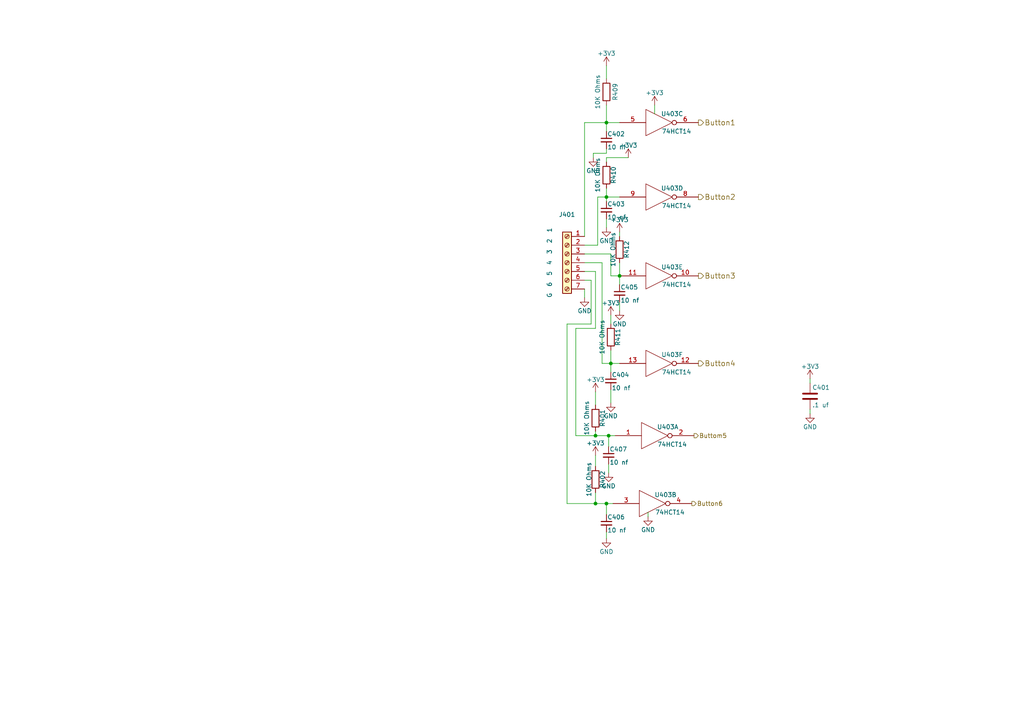
<source format=kicad_sch>
(kicad_sch (version 20211123) (generator eeschema)
  (paper "A4")
  (lib_symbols
    (symbol "Connector:Screw_Terminal_01x07" (pin_names (offset 1.016) hide)
      (property "Reference" "J" (at 0 10.16 0))
      (property "Value" "Screw_Terminal_01x07" (at 0 -10.16 0))
      (symbol "Screw_Terminal_01x07_1_1"
        (rectangle (start -1.27 8.89) (end 1.27 -8.89) (stroke (width 0.254)) (fill (type background)))
        (circle (center 0 -7.62) (radius 0.635) (stroke (width 0.1524)))
        (circle (center 0 -5.08) (radius 0.635) (stroke (width 0.1524)))
        (circle (center 0 -2.54) (radius 0.635) (stroke (width 0.1524)))
        (polyline (pts (xy -0.5334 -7.2898) (xy 0.3302 -8.128)) (stroke (width 0.1524)))
        (polyline (pts (xy -0.5334 -4.7498) (xy 0.3302 -5.588)) (stroke (width 0.1524)))
        (polyline (pts (xy -0.5334 -2.2098) (xy 0.3302 -3.048)) (stroke (width 0.1524)))
        (polyline (pts (xy -0.5334 0.3302) (xy 0.3302 -0.508)) (stroke (width 0.1524)))
        (polyline (pts (xy -0.5334 2.8702) (xy 0.3302 2.032)) (stroke (width 0.1524)))
        (polyline (pts (xy -0.5334 5.4102) (xy 0.3302 4.572)) (stroke (width 0.1524)))
        (polyline (pts (xy -0.5334 7.9502) (xy 0.3302 7.112)) (stroke (width 0.1524)))
        (polyline (pts (xy -0.3556 -7.112) (xy 0.508 -7.9502)) (stroke (width 0.1524)))
        (polyline (pts (xy -0.3556 -4.572) (xy 0.508 -5.4102)) (stroke (width 0.1524)))
        (polyline (pts (xy -0.3556 -2.032) (xy 0.508 -2.8702)) (stroke (width 0.1524)))
        (polyline (pts (xy -0.3556 0.508) (xy 0.508 -0.3302)) (stroke (width 0.1524)))
        (polyline (pts (xy -0.3556 3.048) (xy 0.508 2.2098)) (stroke (width 0.1524)))
        (polyline (pts (xy -0.3556 5.588) (xy 0.508 4.7498)) (stroke (width 0.1524)))
        (polyline (pts (xy -0.3556 8.128) (xy 0.508 7.2898)) (stroke (width 0.1524)))
        (circle (center 0 0) (radius 0.635) (stroke (width 0.1524)))
        (circle (center 0 2.54) (radius 0.635) (stroke (width 0.1524)))
        (circle (center 0 5.08) (radius 0.635) (stroke (width 0.1524)))
        (circle (center 0 7.62) (radius 0.635) (stroke (width 0.1524)))
        (pin passive line (at -5.08 7.62 0) (length 3.81) (name "Pin_1") (number "1"))
        (pin passive line (at -5.08 5.08 0) (length 3.81) (name "Pin_2") (number "2"))
        (pin passive line (at -5.08 2.54 0) (length 3.81) (name "Pin_3") (number "3"))
        (pin passive line (at -5.08 0 0) (length 3.81) (name "Pin_4") (number "4"))
        (pin passive line (at -5.08 -2.54 0) (length 3.81) (name "Pin_5") (number "5"))
        (pin passive line (at -5.08 -5.08 0) (length 3.81) (name "Pin_6") (number "6"))
        (pin passive line (at -5.08 -7.62 0) (length 3.81) (name "Pin_7") (number "7"))
      )
    )
    (symbol "ESP32-T7S3-MultiFunctionUniversalTurnout-rescue:+3V3" (power) (pin_names (offset 0))
      (property "Value" "+3V3" (at 0 3.556 0))
      (symbol "+3V3_0_1"
        (polyline (pts (xy -0.762 1.27) (xy 0 2.54)))
        (polyline (pts (xy 0 0) (xy 0 2.54)))
        (polyline (pts (xy 0 2.54) (xy 0.762 1.27)))
      )
      (symbol "+3V3_1_1"
        (pin power_in line (at 0 0 90) (length 0) hide (name "+3V3") (number "1"))
      )
    )
    (symbol "ESP32-T7S3-MultiFunctionUniversalTurnout-rescue:74HC14" (pin_names (offset 0.762))
      (property "Reference" "U" (at 3.81 2.54 0))
      (property "Value" "74HC14" (at 5.08 -2.54 0))
      (symbol "74HC14_0_0"
        (polyline (pts (xy -3.81 3.81) (xy -3.81 -3.81) (xy 3.81 0) (xy -3.81 3.81)))
        (pin power_in line (at -1.27 2.54 270) (length 0) hide (name "VCC") (number "14"))
        (pin power_in line (at -1.27 -2.54 90) (length 0) hide (name "GND") (number "7"))
      )
      (symbol "74HC14_1_1"
        (pin input line (at -11.43 0 0) (length 7.62) (name "~") (number "1"))
        (pin output inverted (at 11.43 0 180) (length 7.62) (name "~") (number "2"))
      )
      (symbol "74HC14_1_2"
        (pin input inverted (at -11.43 0 0) (length 7.62) (name "~") (number "1"))
        (pin output line (at 11.43 0 180) (length 7.62) (name "~") (number "2"))
      )
      (symbol "74HC14_2_1"
        (pin input line (at -11.43 0 0) (length 7.62) (name "~") (number "3"))
        (pin output inverted (at 11.43 0 180) (length 7.62) (name "~") (number "4"))
      )
      (symbol "74HC14_2_2"
        (pin input inverted (at -11.43 0 0) (length 7.62) (name "~") (number "3"))
        (pin output line (at 11.43 0 180) (length 7.62) (name "~") (number "4"))
      )
      (symbol "74HC14_3_1"
        (pin input line (at -11.43 0 0) (length 7.62) (name "~") (number "5"))
        (pin output inverted (at 11.43 0 180) (length 7.62) (name "~") (number "6"))
      )
      (symbol "74HC14_3_2"
        (pin input inverted (at -11.43 0 0) (length 7.62) (name "~") (number "5"))
        (pin output line (at 11.43 0 180) (length 7.62) (name "~") (number "6"))
      )
      (symbol "74HC14_4_1"
        (pin output inverted (at 11.43 0 180) (length 7.62) (name "~") (number "8"))
        (pin input line (at -11.43 0 0) (length 7.62) (name "~") (number "9"))
      )
      (symbol "74HC14_4_2"
        (pin output line (at 11.43 0 180) (length 7.62) (name "~") (number "8"))
        (pin input inverted (at -11.43 0 0) (length 7.62) (name "~") (number "9"))
      )
      (symbol "74HC14_5_1"
        (pin output inverted (at 11.43 0 180) (length 7.62) (name "~") (number "10"))
        (pin input line (at -11.43 0 0) (length 7.62) (name "~") (number "11"))
      )
      (symbol "74HC14_5_2"
        (pin output line (at 11.43 0 180) (length 7.62) (name "~") (number "10"))
        (pin input inverted (at -11.43 0 0) (length 7.62) (name "~") (number "11"))
      )
      (symbol "74HC14_6_1"
        (pin output inverted (at 11.43 0 180) (length 7.62) (name "~") (number "12"))
        (pin input line (at -11.43 0 0) (length 7.62) (name "~") (number "13"))
      )
      (symbol "74HC14_6_2"
        (pin output line (at 11.43 0 180) (length 7.62) (name "~") (number "12"))
        (pin input inverted (at -11.43 0 0) (length 7.62) (name "~") (number "13"))
      )
    )
    (symbol "ESP32-T7S3-MultiFunctionUniversalTurnout-rescue:C" (pin_numbers hide) (pin_names (offset 0.254))
      (property "Reference" "C" (at 0.635 2.54 0))
      (property "Value" "C" (at 0.635 -2.54 0))
      (symbol "C_0_1"
        (polyline (pts (xy -2.032 -0.762) (xy 2.032 -0.762)) (stroke (width 0.508)))
        (polyline (pts (xy -2.032 0.762) (xy 2.032 0.762)) (stroke (width 0.508)))
      )
      (symbol "C_1_1"
        (pin passive line (at 0 3.81 270) (length 2.794) (name "~") (number "1"))
        (pin passive line (at 0 -3.81 90) (length 2.794) (name "~") (number "2"))
      )
    )
    (symbol "ESP32-T7S3-MultiFunctionUniversalTurnout-rescue:C_Small" (pin_numbers hide) (pin_names (offset 0.254) hide)
      (property "Reference" "C" (at 0.254 1.778 0))
      (property "Value" "C_Small" (at 0.254 -2.032 0))
      (symbol "C_Small_0_1"
        (polyline (pts (xy -1.524 -0.508) (xy 1.524 -0.508)) (stroke (width 0.3302)))
        (polyline (pts (xy -1.524 0.508) (xy 1.524 0.508)) (stroke (width 0.3048)))
      )
      (symbol "C_Small_1_1"
        (pin passive line (at 0 2.54 270) (length 2.032) (name "~") (number "1"))
        (pin passive line (at 0 -2.54 90) (length 2.032) (name "~") (number "2"))
      )
    )
    (symbol "ESP32-T7S3-MultiFunctionUniversalTurnout-rescue:GND" (power) (pin_names (offset 0))
      (property "Value" "GND" (at 0 -3.81 0))
      (symbol "GND_0_1"
        (polyline (pts (xy 0 0) (xy 0 -1.27) (xy 1.27 -1.27) (xy 0 -2.54) (xy -1.27 -1.27) (xy 0 -1.27)))
      )
      (symbol "GND_1_1"
        (pin power_in line (at 0 0 270) (length 0) hide (name "GND") (number "1"))
      )
    )
    (symbol "ESP32-T7S3-MultiFunctionUniversalTurnout-rescue:R" (pin_numbers hide) (pin_names (offset 0))
      (property "Reference" "R" (at 2.032 0 90))
      (property "Value" "R" (at 0 0 90))
      (symbol "R_0_1"
        (rectangle (start -1.016 -2.54) (end 1.016 2.54) (stroke (width 0.254)))
      )
      (symbol "R_1_1"
        (pin passive line (at 0 3.81 270) (length 1.27) (name "~") (number "1"))
        (pin passive line (at 0 -3.81 90) (length 1.27) (name "~") (number "2"))
      )
    )
  )
  (junction (at 177.165 105.41))
  (junction (at 175.895 57.15))
  (junction (at 172.72 126.365))
  (junction (at 175.895 146.05))
  (junction (at 176.53 126.365))
  (junction (at 172.72 146.05))
  (junction (at 179.705 80.01))
  (junction (at 175.895 35.56))
  (wire (pts (xy 167.005 126.365) (xy 167.005 95.25)))
  (wire (pts (xy 172.72 95.25) (xy 172.72 78.74)))
  (wire (pts (xy 179.705 76.2) (xy 179.705 80.01)))
  (wire (pts (xy 175.895 57.15) (xy 179.705 57.15)))
  (wire (pts (xy 234.95 109.855) (xy 234.95 111.125)))
  (wire (pts (xy 176.53 134.62) (xy 176.53 137.16)))
  (wire (pts (xy 179.705 68.58) (xy 179.705 67.31)))
  (wire (pts (xy 172.72 126.365) (xy 167.005 126.365)))
  (wire (pts (xy 177.8 146.05) (xy 175.895 146.05)))
  (wire (pts (xy 169.545 35.56) (xy 175.895 35.56)))
  (wire (pts (xy 177.165 105.41) (xy 179.705 105.41)))
  (wire (pts (xy 169.545 81.28) (xy 171.45 81.28)))
  (wire (pts (xy 177.165 73.66) (xy 177.165 80.01)))
  (wire (pts (xy 169.545 73.66) (xy 177.165 73.66)))
  (wire (pts (xy 169.545 83.82) (xy 169.545 86.36)))
  (wire (pts (xy 177.165 91.44) (xy 177.165 93.98)))
  (wire (pts (xy 173.355 57.15) (xy 175.895 57.15)))
  (wire (pts (xy 169.545 71.12) (xy 173.355 71.12)))
  (wire (pts (xy 172.72 126.365) (xy 172.72 125.095)))
  (wire (pts (xy 175.895 44.45) (xy 172.085 44.45)))
  (wire (pts (xy 175.895 57.15) (xy 175.895 58.42)))
  (wire (pts (xy 175.895 35.56) (xy 175.895 38.1)))
  (wire (pts (xy 169.545 76.2) (xy 174.625 76.2)))
  (wire (pts (xy 178.435 126.365) (xy 176.53 126.365)))
  (wire (pts (xy 172.72 113.665) (xy 172.72 117.475)))
  (wire (pts (xy 173.355 71.12) (xy 173.355 57.15)))
  (wire (pts (xy 172.72 132.08) (xy 172.72 135.255)))
  (wire (pts (xy 164.465 146.05) (xy 172.72 146.05)))
  (wire (pts (xy 175.895 54.61) (xy 175.895 57.15)))
  (wire (pts (xy 172.72 146.05) (xy 172.72 142.875)))
  (wire (pts (xy 177.165 116.84) (xy 177.165 113.03)))
  (wire (pts (xy 179.705 87.63) (xy 179.705 90.17)))
  (wire (pts (xy 164.465 93.98) (xy 164.465 146.05)))
  (wire (pts (xy 174.625 76.2) (xy 174.625 105.41)))
  (wire (pts (xy 175.895 30.48) (xy 175.895 35.56)))
  (wire (pts (xy 172.72 78.74) (xy 169.545 78.74)))
  (wire (pts (xy 187.96 148.59) (xy 187.96 149.86)))
  (wire (pts (xy 175.895 146.05) (xy 175.895 149.225)))
  (wire (pts (xy 175.895 66.04) (xy 175.895 63.5)))
  (wire (pts (xy 171.45 81.28) (xy 171.45 93.98)))
  (wire (pts (xy 177.165 101.6) (xy 177.165 105.41)))
  (wire (pts (xy 189.865 30.48) (xy 189.865 33.02)))
  (wire (pts (xy 177.165 105.41) (xy 177.165 107.95)))
  (wire (pts (xy 167.005 95.25) (xy 172.72 95.25)))
  (wire (pts (xy 177.165 80.01) (xy 179.705 80.01)))
  (wire (pts (xy 176.53 126.365) (xy 176.53 129.54)))
  (wire (pts (xy 234.95 118.745) (xy 234.95 120.015)))
  (wire (pts (xy 175.895 19.05) (xy 175.895 22.86)))
  (wire (pts (xy 175.895 43.18) (xy 175.895 44.45)))
  (wire (pts (xy 175.895 45.72) (xy 175.895 46.99)))
  (wire (pts (xy 175.895 45.72) (xy 182.245 45.72)))
  (wire (pts (xy 169.545 68.58) (xy 169.545 35.56)))
  (wire (pts (xy 174.625 105.41) (xy 177.165 105.41)))
  (wire (pts (xy 172.085 44.45) (xy 172.085 45.72)))
  (wire (pts (xy 176.53 126.365) (xy 172.72 126.365)))
  (wire (pts (xy 171.45 93.98) (xy 164.465 93.98)))
  (wire (pts (xy 175.895 154.305) (xy 175.895 156.21)))
  (wire (pts (xy 175.895 146.05) (xy 172.72 146.05)))
  (wire (pts (xy 179.705 80.01) (xy 179.705 82.55)))
  (wire (pts (xy 175.895 35.56) (xy 179.705 35.56)))
  (hierarchical_label "Button1" (shape output) (at 202.565 35.56 0) (effects (font (size 1.524 1.524))))
  (hierarchical_label "Button3" (shape output) (at 202.565 80.01 0) (effects (font (size 1.524 1.524))))
  (hierarchical_label "Button4" (shape output) (at 202.565 105.41 0) (effects (font (size 1.524 1.524))))
  (hierarchical_label "Button6" (shape output) (at 200.66 146.05 0))
  (hierarchical_label "Button2" (shape output) (at 202.565 57.15 0) (effects (font (size 1.524 1.524))))
  (hierarchical_label "Buttom5" (shape output) (at 201.295 126.365 0))
  (symbol (lib_id "ESP32-T7S3-MultiFunctionUniversalTurnout-rescue:74HC14") (at 191.135 35.56 0) (unit 3)
    (property "Reference" "U403" (at 194.945 33.02 0))
    (property "Value" "74HCT14" (at 196.215 38.1 0))
    (property "Footprint" "Package_SO:SO-14_3.9x8.65mm_P1.27mm" (effects hide))
    (property "Mouser Part Number" "595-CD74HC14M " (effects hide))
  )
  (symbol (lib_id "ESP32-T7S3-MultiFunctionUniversalTurnout-rescue:74HC14") (at 191.135 57.15 0) (unit 4)
    (property "Reference" "U403" (at 194.945 54.61 0))
    (property "Value" "74HCT14" (at 196.215 59.69 0))
    (property "Footprint" "Package_SO:SO-14_3.9x8.65mm_P1.27mm" (effects hide))
    (property "Mouser Part Number" "595-CD74HC14M " (effects hide))
  )
  (symbol (lib_id "ESP32-T7S3-MultiFunctionUniversalTurnout-rescue:74HC14") (at 191.135 80.01 0) (unit 5)
    (property "Reference" "U403" (at 194.945 77.47 0))
    (property "Value" "74HCT14" (at 196.215 82.55 0))
    (property "Footprint" "Package_SO:SO-14_3.9x8.65mm_P1.27mm" (effects hide))
    (property "Mouser Part Number" "595-CD74HC14M " (effects hide))
  )
  (symbol (lib_id "ESP32-T7S3-MultiFunctionUniversalTurnout-rescue:74HC14") (at 191.135 105.41 0) (unit 6)
    (property "Reference" "U403" (at 194.945 102.87 0))
    (property "Value" "74HCT14" (at 196.215 107.95 0))
    (property "Footprint" "Package_SO:SO-14_3.9x8.65mm_P1.27mm" (effects hide))
    (property "Mouser Part Number" "595-CD74HC14M " (effects hide))
  )
  (symbol (lib_id "ESP32-T7S3-MultiFunctionUniversalTurnout-rescue:74HC14") (at 189.865 126.365 0) (unit 1)
    (property "Reference" "U403" (at 193.675 123.825 0))
    (property "Value" "74HCT14" (at 194.945 128.905 0))
    (property "Footprint" "Package_SO:SO-14_3.9x8.65mm_P1.27mm" (effects hide))
    (property "Mouser Part Number" "595-CD74HC14M " (effects hide))
  )
  (symbol (lib_id "ESP32-T7S3-MultiFunctionUniversalTurnout-rescue:74HC14") (at 189.23 146.05 0) (unit 2)
    (property "Reference" "U403" (at 193.04 143.51 0))
    (property "Value" "74HCT14" (at 194.31 148.59 0))
    (property "Footprint" "Package_SO:SO-14_3.9x8.65mm_P1.27mm" (effects hide))
    (property "Mouser Part Number" "595-CD74HC14M " (effects hide))
  )
  (symbol (lib_id "ESP32-T7S3-MultiFunctionUniversalTurnout-rescue:GND") (at 187.96 149.86 0) (unit 1)
    (property "Reference" "#PWR012" (effects hide))
    (property "Value" "GND" (at 187.96 153.67 0))
  )
  (symbol (lib_id "ESP32-T7S3-MultiFunctionUniversalTurnout-rescue:+3V3") (at 189.865 30.48 0) (unit 1)
    (property "Reference" "#PWR013" (effects hide))
    (property "Value" "+3V3" (at 189.865 26.924 0))
  )
  (symbol (lib_id "ESP32-T7S3-MultiFunctionUniversalTurnout-rescue:C") (at 234.95 114.935 0) (unit 1)
    (property "Reference" "C401" (at 235.585 112.395 0) (effects (justify left)))
    (property "Value" ".1 uf" (at 235.585 117.475 0) (effects (justify left)))
    (property "Footprint" "Capacitor_SMD:C_0603_1608Metric" (effects hide))
    (property "Mouser Part Number" "710-885012206095" (effects hide))
  )
  (symbol (lib_id "ESP32-T7S3-MultiFunctionUniversalTurnout-rescue:GND") (at 169.545 86.36 0) (unit 1)
    (property "Reference" "#PWR014" (effects hide))
    (property "Value" "GND" (at 169.545 90.17 0))
  )
  (symbol (lib_id "ESP32-T7S3-MultiFunctionUniversalTurnout-rescue:R") (at 175.895 26.67 0) (unit 1)
    (property "Reference" "R409" (at 178.435 26.67 90))
    (property "Value" "10K Ohms" (at 173.355 26.67 90))
    (property "Footprint" "Resistor_SMD:R_0603_1608Metric" (effects hide))
    (property "Mouser Part Number" "71-CRCW060310K0JNEBC" (effects hide))
  )
  (symbol (lib_id "ESP32-T7S3-MultiFunctionUniversalTurnout-rescue:C_Small") (at 175.895 40.64 0) (unit 1)
    (property "Reference" "C402" (at 176.149 38.862 0) (effects (justify left)))
    (property "Value" "10 nf" (at 176.149 42.672 0) (effects (justify left)))
    (property "Footprint" "Capacitor_SMD:C_0603_1608Metric" (effects hide))
    (property "Mouser Part Number" "710-885382206002" (effects hide))
  )
  (symbol (lib_id "ESP32-T7S3-MultiFunctionUniversalTurnout-rescue:R") (at 175.895 50.8 0) (unit 1)
    (property "Reference" "R410" (at 177.927 50.8 90))
    (property "Value" "10K Ohms" (at 173.355 50.8 90))
    (property "Footprint" "Resistor_SMD:R_0603_1608Metric" (effects hide))
    (property "Mouser Part Number" "71-CRCW060310K0JNEBC" (effects hide))
  )
  (symbol (lib_id "ESP32-T7S3-MultiFunctionUniversalTurnout-rescue:R") (at 179.705 72.39 0) (unit 1)
    (property "Reference" "R412" (at 181.737 72.39 90))
    (property "Value" "10K Ohms" (at 177.8 72.39 90))
    (property "Footprint" "Resistor_SMD:R_0603_1608Metric" (effects hide))
    (property "Mouser Part Number" "71-CRCW060310K0JNEBC" (effects hide))
  )
  (symbol (lib_id "ESP32-T7S3-MultiFunctionUniversalTurnout-rescue:R") (at 177.165 97.79 0) (unit 1)
    (property "Reference" "R411" (at 179.197 97.79 90))
    (property "Value" "10K Ohms" (at 174.625 97.79 90))
    (property "Footprint" "Resistor_SMD:R_0603_1608Metric" (effects hide))
    (property "Mouser Part Number" "71-CRCW060310K0JNEBC" (effects hide))
  )
  (symbol (lib_id "ESP32-T7S3-MultiFunctionUniversalTurnout-rescue:C_Small") (at 175.895 60.96 0) (unit 1)
    (property "Reference" "C403" (at 176.149 59.182 0) (effects (justify left)))
    (property "Value" "10 nf" (at 176.149 62.992 0) (effects (justify left)))
    (property "Footprint" "Capacitor_SMD:C_0603_1608Metric" (effects hide))
    (property "Mouser Part Number" "710-885382206002" (effects hide))
  )
  (symbol (lib_id "ESP32-T7S3-MultiFunctionUniversalTurnout-rescue:C_Small") (at 179.705 85.09 0) (unit 1)
    (property "Reference" "C405" (at 179.959 83.312 0) (effects (justify left)))
    (property "Value" "10 nf" (at 179.959 87.122 0) (effects (justify left)))
    (property "Footprint" "Capacitor_SMD:C_0603_1608Metric" (effects hide))
    (property "Mouser Part Number" "710-885382206002" (effects hide))
  )
  (symbol (lib_id "ESP32-T7S3-MultiFunctionUniversalTurnout-rescue:C_Small") (at 177.165 110.49 0) (unit 1)
    (property "Reference" "C404" (at 177.419 108.712 0) (effects (justify left)))
    (property "Value" "10 nf" (at 177.419 112.522 0) (effects (justify left)))
    (property "Footprint" "Capacitor_SMD:C_0603_1608Metric" (effects hide))
    (property "Mouser Part Number" "710-885382206002" (effects hide))
  )
  (symbol (lib_id "ESP32-T7S3-MultiFunctionUniversalTurnout-rescue:+3V3") (at 175.895 19.05 0) (unit 1)
    (property "Reference" "#PWR015" (effects hide))
    (property "Value" "+3V3" (at 175.895 15.494 0))
  )
  (symbol (lib_id "ESP32-T7S3-MultiFunctionUniversalTurnout-rescue:+3V3") (at 182.245 45.72 0) (unit 1)
    (property "Reference" "#PWR016" (effects hide))
    (property "Value" "+3V3" (at 182.245 42.164 0))
  )
  (symbol (lib_id "ESP32-T7S3-MultiFunctionUniversalTurnout-rescue:+3V3") (at 179.705 67.31 0) (unit 1)
    (property "Reference" "#PWR017" (effects hide))
    (property "Value" "+3V3" (at 179.705 63.754 0))
  )
  (symbol (lib_id "ESP32-T7S3-MultiFunctionUniversalTurnout-rescue:+3V3") (at 177.165 91.44 0) (unit 1)
    (property "Reference" "#PWR018" (effects hide))
    (property "Value" "+3V3" (at 177.165 87.884 0))
  )
  (symbol (lib_id "ESP32-T7S3-MultiFunctionUniversalTurnout-rescue:GND") (at 172.085 45.72 0) (unit 1)
    (property "Reference" "#PWR019" (effects hide))
    (property "Value" "GND" (at 172.085 49.53 0))
  )
  (symbol (lib_id "ESP32-T7S3-MultiFunctionUniversalTurnout-rescue:GND") (at 175.895 66.04 0) (unit 1)
    (property "Reference" "#PWR020" (effects hide))
    (property "Value" "GND" (at 175.895 69.85 0))
  )
  (symbol (lib_id "ESP32-T7S3-MultiFunctionUniversalTurnout-rescue:GND") (at 179.705 90.17 0) (unit 1)
    (property "Reference" "#PWR021" (effects hide))
    (property "Value" "GND" (at 179.705 93.98 0))
  )
  (symbol (lib_id "ESP32-T7S3-MultiFunctionUniversalTurnout-rescue:GND") (at 177.165 116.84 0) (unit 1)
    (property "Reference" "#PWR022" (effects hide))
    (property "Value" "GND" (at 177.165 120.65 0))
  )
  (symbol (lib_id "ESP32-T7S3-MultiFunctionUniversalTurnout-rescue:+3V3") (at 234.95 109.855 0) (unit 1)
    (property "Reference" "#PWR0405" (effects hide))
    (property "Value" "+3V3" (at 234.95 106.299 0))
  )
  (symbol (lib_id "ESP32-T7S3-MultiFunctionUniversalTurnout-rescue:R") (at 172.72 121.285 0) (unit 1)
    (property "Reference" "R401" (at 174.752 121.285 90))
    (property "Value" "10K Ohms" (at 170.18 121.285 90))
    (property "Footprint" "Resistor_SMD:R_0603_1608Metric" (effects hide))
    (property "Mouser Part Number" "71-CRCW060310K0JNEBC" (effects hide))
  )
  (symbol (lib_id "ESP32-T7S3-MultiFunctionUniversalTurnout-rescue:GND") (at 234.95 120.015 0) (unit 1)
    (property "Reference" "#PWR0406" (effects hide))
    (property "Value" "GND" (at 234.95 123.825 0))
  )
  (symbol (lib_id "ESP32-T7S3-MultiFunctionUniversalTurnout-rescue:GND") (at 176.53 137.16 0) (unit 1)
    (property "Reference" "#PWR0404" (effects hide))
    (property "Value" "GND" (at 176.53 140.97 0))
  )
  (symbol (lib_id "Connector:Screw_Terminal_01x07") (at 164.465 76.2 0) (mirror y) (unit 1)
    (property "Reference" "J401" (at 164.465 62.23 0))
    (property "Value" "G  6  5  4  3  2  1" (at 159.385 76.2 90))
    (property "Footprint" "TerminalBlock_TE-Connectivity:TerminalBlock_TE_282834-7_1x07_P2.54mm_Horizontal" (effects hide))
    (property "Mouser Part Number" "571-282834-7" (effects hide))
  )
  (symbol (lib_id "ESP32-T7S3-MultiFunctionUniversalTurnout-rescue:GND") (at 175.895 156.21 0) (unit 1)
    (property "Reference" "#PWR0403" (effects hide))
    (property "Value" "GND" (at 175.895 160.02 0))
  )
  (symbol (lib_id "ESP32-T7S3-MultiFunctionUniversalTurnout-rescue:C_Small") (at 175.895 151.765 0) (unit 1)
    (property "Reference" "C406" (at 176.149 149.987 0) (effects (justify left)))
    (property "Value" "10 nf" (at 176.149 153.797 0) (effects (justify left)))
    (property "Footprint" "Capacitor_SMD:C_0603_1608Metric" (effects hide))
    (property "Mouser Part Number" "710-885382206002" (effects hide))
  )
  (symbol (lib_id "ESP32-T7S3-MultiFunctionUniversalTurnout-rescue:+3V3") (at 172.72 113.665 0) (unit 1)
    (property "Reference" "#PWR0401" (effects hide))
    (property "Value" "+3V3" (at 172.72 110.109 0))
  )
  (symbol (lib_id "ESP32-T7S3-MultiFunctionUniversalTurnout-rescue:C_Small") (at 176.53 132.08 0) (unit 1)
    (property "Reference" "C407" (at 176.784 130.302 0) (effects (justify left)))
    (property "Value" "10 nf" (at 176.784 134.112 0) (effects (justify left)))
    (property "Footprint" "Capacitor_SMD:C_0603_1608Metric" (effects hide))
    (property "Mouser Part Number" "710-885382206002" (effects hide))
  )
  (symbol (lib_id "ESP32-T7S3-MultiFunctionUniversalTurnout-rescue:R") (at 172.72 139.065 0) (unit 1)
    (property "Reference" "R402" (at 174.752 139.065 90))
    (property "Value" "10K Ohms" (at 170.815 139.065 90))
    (property "Footprint" "Resistor_SMD:R_0603_1608Metric" (effects hide))
    (property "Mouser Part Number" "71-CRCW060310K0JNEBC" (effects hide))
  )
  (symbol (lib_id "ESP32-T7S3-MultiFunctionUniversalTurnout-rescue:+3V3") (at 172.72 132.08 0) (unit 1)
    (property "Reference" "#PWR0402" (effects hide))
    (property "Value" "+3V3" (at 172.72 128.524 0))
  )
)
</source>
